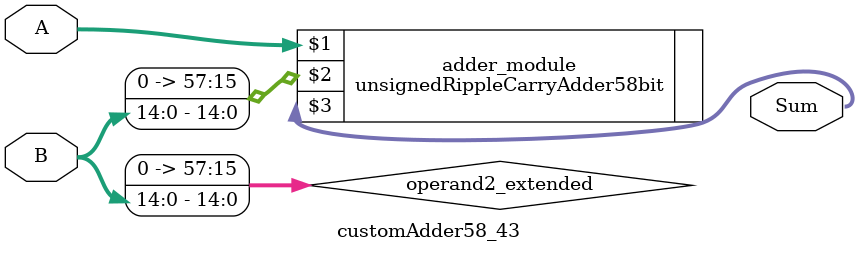
<source format=v>
module customAdder58_43(
                        input [57 : 0] A,
                        input [14 : 0] B,
                        
                        output [58 : 0] Sum
                );

        wire [57 : 0] operand2_extended;
        
        assign operand2_extended =  {43'b0, B};
        
        unsignedRippleCarryAdder58bit adder_module(
            A,
            operand2_extended,
            Sum
        );
        
        endmodule
        
</source>
